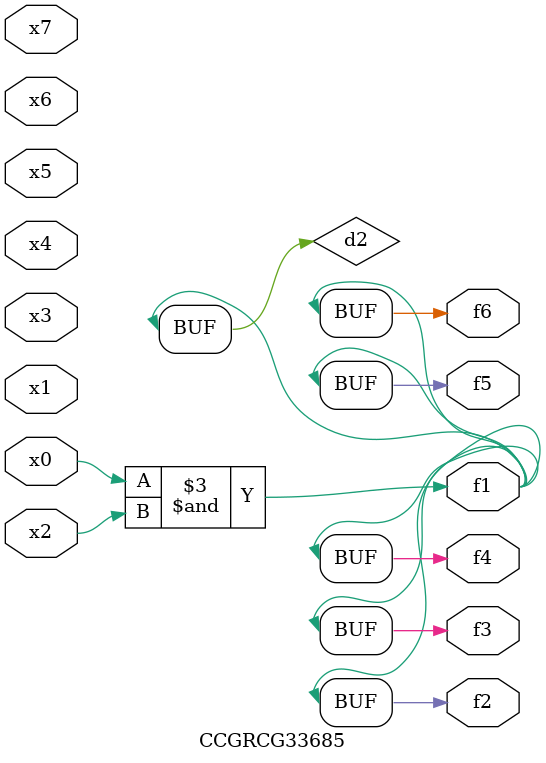
<source format=v>
module CCGRCG33685(
	input x0, x1, x2, x3, x4, x5, x6, x7,
	output f1, f2, f3, f4, f5, f6
);

	wire d1, d2;

	nor (d1, x3, x6);
	and (d2, x0, x2);
	assign f1 = d2;
	assign f2 = d2;
	assign f3 = d2;
	assign f4 = d2;
	assign f5 = d2;
	assign f6 = d2;
endmodule

</source>
